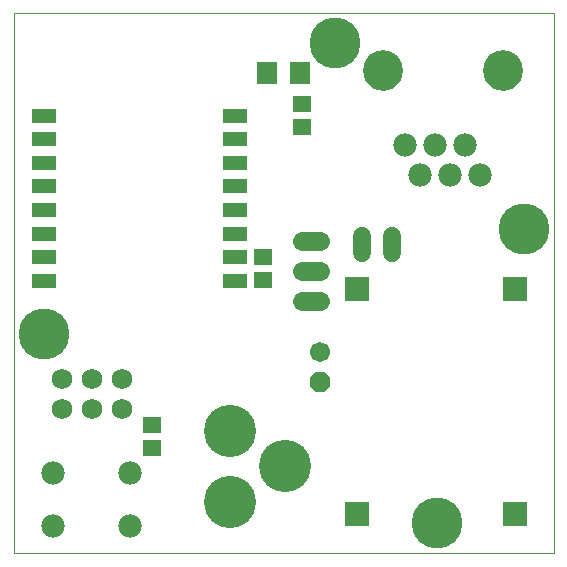
<source format=gts>
G75*
G70*
%OFA0B0*%
%FSLAX24Y24*%
%IPPOS*%
%LPD*%
%AMOC8*
5,1,8,0,0,1.08239X$1,22.5*
%
%ADD10C,0.0000*%
%ADD11C,0.0780*%
%ADD12C,0.1320*%
%ADD13R,0.0800X0.0800*%
%ADD14OC8,0.0670*%
%ADD15C,0.0670*%
%ADD16C,0.1740*%
%ADD17R,0.0670X0.0750*%
%ADD18R,0.0827X0.0512*%
%ADD19R,0.0631X0.0552*%
%ADD20C,0.0600*%
%ADD21C,0.0640*%
%ADD22C,0.0680*%
%ADD23C,0.1700*%
D10*
X000280Y001800D02*
X000280Y019800D01*
X018280Y019800D01*
X018280Y001800D01*
X000280Y001800D01*
X011940Y017900D02*
X011942Y017950D01*
X011948Y018000D01*
X011958Y018049D01*
X011971Y018098D01*
X011989Y018145D01*
X012010Y018191D01*
X012034Y018234D01*
X012062Y018276D01*
X012093Y018316D01*
X012127Y018353D01*
X012164Y018387D01*
X012204Y018418D01*
X012246Y018446D01*
X012289Y018470D01*
X012335Y018491D01*
X012382Y018509D01*
X012431Y018522D01*
X012480Y018532D01*
X012530Y018538D01*
X012580Y018540D01*
X012630Y018538D01*
X012680Y018532D01*
X012729Y018522D01*
X012778Y018509D01*
X012825Y018491D01*
X012871Y018470D01*
X012914Y018446D01*
X012956Y018418D01*
X012996Y018387D01*
X013033Y018353D01*
X013067Y018316D01*
X013098Y018276D01*
X013126Y018234D01*
X013150Y018191D01*
X013171Y018145D01*
X013189Y018098D01*
X013202Y018049D01*
X013212Y018000D01*
X013218Y017950D01*
X013220Y017900D01*
X013218Y017850D01*
X013212Y017800D01*
X013202Y017751D01*
X013189Y017702D01*
X013171Y017655D01*
X013150Y017609D01*
X013126Y017566D01*
X013098Y017524D01*
X013067Y017484D01*
X013033Y017447D01*
X012996Y017413D01*
X012956Y017382D01*
X012914Y017354D01*
X012871Y017330D01*
X012825Y017309D01*
X012778Y017291D01*
X012729Y017278D01*
X012680Y017268D01*
X012630Y017262D01*
X012580Y017260D01*
X012530Y017262D01*
X012480Y017268D01*
X012431Y017278D01*
X012382Y017291D01*
X012335Y017309D01*
X012289Y017330D01*
X012246Y017354D01*
X012204Y017382D01*
X012164Y017413D01*
X012127Y017447D01*
X012093Y017484D01*
X012062Y017524D01*
X012034Y017566D01*
X012010Y017609D01*
X011989Y017655D01*
X011971Y017702D01*
X011958Y017751D01*
X011948Y017800D01*
X011942Y017850D01*
X011940Y017900D01*
X015940Y017900D02*
X015942Y017950D01*
X015948Y018000D01*
X015958Y018049D01*
X015971Y018098D01*
X015989Y018145D01*
X016010Y018191D01*
X016034Y018234D01*
X016062Y018276D01*
X016093Y018316D01*
X016127Y018353D01*
X016164Y018387D01*
X016204Y018418D01*
X016246Y018446D01*
X016289Y018470D01*
X016335Y018491D01*
X016382Y018509D01*
X016431Y018522D01*
X016480Y018532D01*
X016530Y018538D01*
X016580Y018540D01*
X016630Y018538D01*
X016680Y018532D01*
X016729Y018522D01*
X016778Y018509D01*
X016825Y018491D01*
X016871Y018470D01*
X016914Y018446D01*
X016956Y018418D01*
X016996Y018387D01*
X017033Y018353D01*
X017067Y018316D01*
X017098Y018276D01*
X017126Y018234D01*
X017150Y018191D01*
X017171Y018145D01*
X017189Y018098D01*
X017202Y018049D01*
X017212Y018000D01*
X017218Y017950D01*
X017220Y017900D01*
X017218Y017850D01*
X017212Y017800D01*
X017202Y017751D01*
X017189Y017702D01*
X017171Y017655D01*
X017150Y017609D01*
X017126Y017566D01*
X017098Y017524D01*
X017067Y017484D01*
X017033Y017447D01*
X016996Y017413D01*
X016956Y017382D01*
X016914Y017354D01*
X016871Y017330D01*
X016825Y017309D01*
X016778Y017291D01*
X016729Y017278D01*
X016680Y017268D01*
X016630Y017262D01*
X016580Y017260D01*
X016530Y017262D01*
X016480Y017268D01*
X016431Y017278D01*
X016382Y017291D01*
X016335Y017309D01*
X016289Y017330D01*
X016246Y017354D01*
X016204Y017382D01*
X016164Y017413D01*
X016127Y017447D01*
X016093Y017484D01*
X016062Y017524D01*
X016034Y017566D01*
X016010Y017609D01*
X015989Y017655D01*
X015971Y017702D01*
X015958Y017751D01*
X015948Y017800D01*
X015942Y017850D01*
X015940Y017900D01*
D11*
X015330Y015400D03*
X014330Y015400D03*
X013830Y014400D03*
X014830Y014400D03*
X015830Y014400D03*
X013330Y015400D03*
X004160Y004490D03*
X004160Y002710D03*
X001600Y002710D03*
X001600Y004490D03*
D12*
X012580Y017900D03*
X016580Y017900D03*
D13*
X016980Y010600D03*
X011730Y010600D03*
X011730Y003100D03*
X016980Y003100D03*
D14*
X010480Y007500D03*
D15*
X010480Y008500D03*
D16*
X007480Y005894D03*
X009330Y004713D03*
X007480Y003531D03*
D17*
X008720Y017800D03*
X009840Y017800D03*
D18*
X007658Y016399D03*
X007658Y015612D03*
X007658Y014824D03*
X007658Y014037D03*
X007658Y013250D03*
X007658Y012462D03*
X007658Y011675D03*
X007658Y010887D03*
X001280Y010887D03*
X001280Y011675D03*
X001280Y012462D03*
X001280Y013250D03*
X001280Y014037D03*
X001280Y014824D03*
X001280Y015612D03*
X001280Y016399D03*
D19*
X008580Y011674D03*
X008580Y010926D03*
X004880Y006074D03*
X004880Y005326D03*
X009880Y016026D03*
X009880Y016774D03*
D20*
X011880Y012380D02*
X011880Y011820D01*
X012880Y011820D02*
X012880Y012380D01*
D21*
X010480Y012200D02*
X009880Y012200D01*
X009880Y011200D02*
X010480Y011200D01*
X010480Y010200D02*
X009880Y010200D01*
D22*
X003880Y007600D03*
X003880Y006600D03*
X002880Y006600D03*
X002880Y007600D03*
X001880Y007600D03*
X001880Y006600D03*
D23*
X001280Y009100D03*
X010980Y018800D03*
X017280Y012600D03*
X014380Y002800D03*
M02*

</source>
